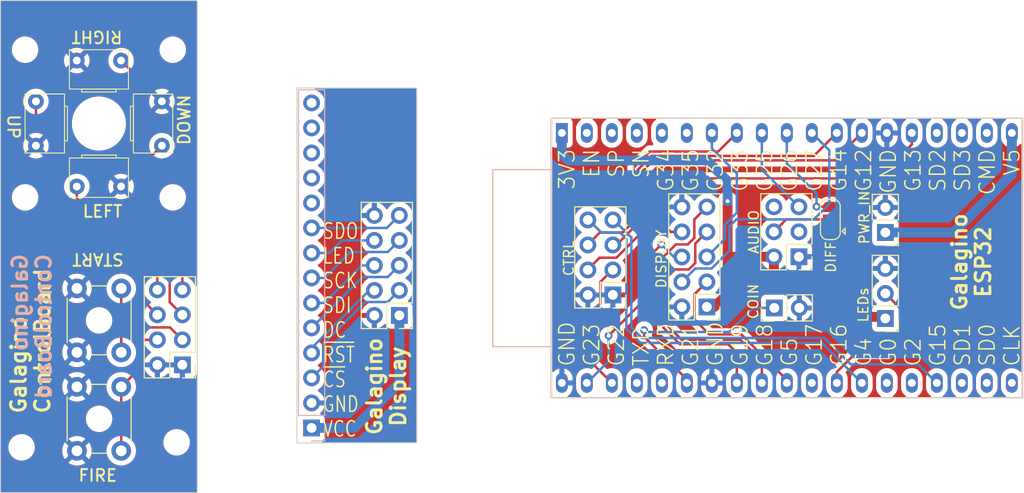
<source format=kicad_pcb>
(kicad_pcb (version 20221018) (generator pcbnew)
  (layers (0 "F.Cu" signal) (31 "B.Cu" signal) (34 "B.Paste" user) (35 "F.Paste" user) (36 "B.SilkS" user "B.Silkscreen") (37 "F.SilkS" user "F.Silkscreen") (38 "B.Mask" user) (39 "F.Mask" user) (44 "Edge.Cuts" user))
  (net 0 "")
  (net 1 "/~{UP}")
  (net 2 "/~{DOWN}")
  (net 3 "/~{LEFT}")
  (net 4 "/~{RIGHT}")
  (net 5 "/~{FIRE}")
  (net 6 "/~{START}")
  (net 7 "GND")
  (net 8 "+3.3V")
  (net 14 "/~{CS}")
  (net 15 "/~{RESET}")
  (net 17 "/DC")
  (net 18 "/MOSI")
  (net 22 "/SCK")
  (net 28 "/LED")
  (net 30 "/MISO")
  (net 31 "/~{COIN}")
  (net 32 "Net-(J5-Pin_4)")
  (net 33 "+5V")
  (net 36 "Net-(J6-Pin_2)")
  (net 37 "Net-(J7-Pin_1)")
  (net 38 "Net-(J7-Pin_3)")
  (net 39 "Net-(J7-Pin_4)")
  (net 40 "Net-(J7-Pin_5)")
  (net 41 "Net-(J7-Pin_6)")
  (net 42 "Net-(J7-Pin_7)")
  (net 43 "Net-(J7-Pin_8)")
  (net 44 "Net-(J7-Pin_9)")
  (net 50 "GNDD")
  (net 51 "Net-(J5-Pin_5)")
  (net 53 "Net-(JP1-B)")
  (net 54 "Net-(J9-Pin_3)")
  (net 55 "Net-(J9-Pin_4)")
  (net 56 "Net-(J9-Pin_5)")
  (net 57 "Net-(J9-Pin_6)")
  (net 58 "Net-(J9-Pin_7)")
  (net 59 "Net-(J9-Pin_8)")
  (net 60 "/CGND")
  (footprint "btn_side:btn_4.3mm_THT" (layer "F.Cu") (at 116.8798 91.5526)
    (fp_text reference "SW4" hide)
    (fp_text value "DOWN" hide)
    (fp_rect (start -4.3 -1.75) (end -4 1.75) (stroke (width 0.1)) (fill none) (layer "F.SilkS"))
    (fp_rect (start -4 -3) (end 0 3) (stroke (width 0.1)) (fill none) (layer "F.SilkS"))
    (pad "1" thru_hole circle (at -1.1 -2.25) (size 1.6 1.6) (drill 0.8) (layers "*.Cu" "*.Mask") (net 60 "/CGND"))
    (pad "2" thru_hole circle (at -1.1 2.25) (size 1.6 1.6) (drill 0.8) (layers "*.Cu" "*.Mask") (net 58 "Net-(J9-Pin_7)"))
  )
  (footprint "btn_side:btn_4.3mm_THT" (layer "F.Cu") (at 109.3798 84.0526 90)
    (fp_text reference "SW3" hide)
    (fp_text value "RIGHT" hide)
    (fp_rect (start -4.3 -1.75) (end -4 1.75) (stroke (width 0.1)) (fill none) (layer "F.SilkS"))
    (fp_rect (start -4 -3) (end 0 3) (stroke (width 0.1)) (fill none) (layer "F.SilkS"))
    (pad "1" thru_hole circle (at -1.1 -2.25 90) (size 1.6 1.6) (drill 0.8) (layers "*.Cu" "*.Mask") (net 60 "/CGND"))
    (pad "2" thru_hole circle (at -1.1 2.25 90) (size 1.6 1.6) (drill 0.8) (layers "*.Cu" "*.Mask") (net 56 "Net-(J9-Pin_5)"))
  )
  (footprint "btn_side:btn_4.3mm_THT" (layer "F.Cu") (at 109.3798 99.0526 -90)
    (fp_text reference "SW2" hide)
    (fp_text value "LEFT" hide)
    (fp_rect (start -4.3 -1.75) (end -4 1.75) (stroke (width 0.1)) (fill none) (layer "F.SilkS"))
    (fp_rect (start -4 -3) (end 0 3) (stroke (width 0.1)) (fill none) (layer "F.SilkS"))
    (pad "1" thru_hole circle (at -1.1 -2.25 270) (size 1.6 1.6) (drill 0.8) (layers "*.Cu" "*.Mask") (net 60 "/CGND"))
    (pad "2" thru_hole circle (at -1.1 2.25 270) (size 1.6 1.6) (drill 0.8) (layers "*.Cu" "*.Mask") (net 57 "Net-(J9-Pin_6)"))
  )
  (footprint "MountingHole:MountingHole_2.2mm_M2_ISO7380" (layer "F.Cu") (at 109.3978 121.5526 -90)
    (fp_text reference "H9" hide)
    (fp_text value "MountingHole" hide)
    (pad "" np_thru_hole circle (at 0 0 270) (size 2.2 2.2) (drill 2.2) (layers "*.Cu" "*.Mask"))
  )
  (footprint "Button_Switch_THT:SW_PUSH_6mm_H9.5mm" (layer "F.Cu") (at 107.1478 124.8026 90)
    (fp_text reference "SW6" hide)
    (fp_text value "FIRE" hide)
    (fp_line (start -0.25 1.5) (end -0.25 3) (stroke (width 0.12)) (layer "F.SilkS"))
    (fp_line (start 1 5.5) (end 5.5 5.5) (stroke (width 0.12)) (layer "F.SilkS"))
    (fp_line (start 5.5 -1) (end 1 -1) (stroke (width 0.12)) (layer "F.SilkS"))
    (fp_line (start 6.75 3) (end 6.75 1.5) (stroke (width 0.12)) (layer "F.SilkS"))
    (pad "1" thru_hole circle (at 0 0 180) (size 2 2) (drill 1.1) (layers "*.Cu" "*.Mask") (net 60 "/CGND"))
    (pad "1" thru_hole circle (at 6.5 0 180) (size 2 2) (drill 1.1) (layers "*.Cu" "*.Mask") (net 60 "/CGND"))
    (pad "2" thru_hole circle (at 0 4.5 180) (size 2 2) (drill 1.1) (layers "*.Cu" "*.Mask") (net 55 "Net-(J9-Pin_4)"))
    (pad "2" thru_hole circle (at 6.5 4.5 180) (size 2 2) (drill 1.1) (layers "*.Cu" "*.Mask") (net 55 "Net-(J9-Pin_4)"))
  )
  (footprint "Jumper:SolderJumper-3_P1.3mm_Open_RoundedPad1.0x1.5mm" (layer "F.Cu") (at 183.6928 101.2952 90)
    (fp_text reference "JP1" hide)
    (fp_text value "DIFF" (at -3.81 0.0508 90) (layer "F.SilkS"))
    (fp_line (start -2.05 0.3) (end -2.05 -0.3) (stroke (width 0.12)) (layer "F.SilkS"))
    (fp_line (start -1.5 1.5) (end -0.9 1.5) (stroke (width 0.12)) (layer "F.SilkS"))
    (fp_line (start -1.4 -1) (end 1.4 -1) (stroke (width 0.12)) (layer "F.SilkS"))
    (fp_line (start -1.2 1.2) (end -1.5 1.5) (stroke (width 0.12)) (layer "F.SilkS"))
    (fp_line (start -1.2 1.2) (end -0.9 1.5) (stroke (width 0.12)) (layer "F.SilkS"))
    (fp_line (start 1.4 1) (end -1.4 1) (stroke (width 0.12)) (layer "F.SilkS"))
    (fp_line (start 2.05 -0.3) (end 2.05 0.3) (stroke (width 0.12)) (layer "F.SilkS"))
    (fp_arc (start -2.05 -0.3) (mid -1.844975 -0.794975) (end -1.35 -1) (stroke (width 0.12)) (layer "F.SilkS"))
    (fp_arc (start -1.35 1) (mid -1.844975 0.794975) (end -2.05 0.3) (stroke (width 0.12)) (layer "F.SilkS"))
    (fp_arc (start 1.35 -1) (mid 1.844975 -0.794975) (end 2.05 -0.3) (stroke (width 0.12)) (layer "F.SilkS"))
    (fp_arc (start 2.05 0.3) (mid 1.844975 0.794975) (end 1.35 1) (stroke (width 0.12)) (layer "F.SilkS"))
    (pad "1" smd custom (at -1.3 0 90) (size 1 0.5) (layers "F.Cu" "F.Mask") (net 7 "GND") (options (clearance outline) (anchor rect)) (primitives (gr_circle (center 0 0.25) (end 0.5 0.25) (width 0) (fill yes)) (gr_circle (center 0 -0.25) (end 0.5 -0.25) (width 0) (fill yes)) (gr_poly (pts (xy 0.55 0.75) (xy 0 0.75) (xy 0 -0.75) (xy 0.55 -0.75)) (width 0) (fill yes))))
    (pad "2" smd rect (at 0 0 90) (size 1 1.5) (layers "F.Cu" "F.Mask") (net 32 "Net-(J5-Pin_4)"))
    (pad "3" smd custom (at 1.3 0 90) (size 1 0.5) (layers "F.Cu" "F.Mask") (net 53 "Net-(JP1-B)") (options (clearance outline) (anchor rect)) (primitives (gr_circle (center 0 0.25) (end 0.5 0.25) (width 0) (fill yes)) (gr_circle (center 0 -0.25) (end 0.5 -0.25) (width 0) (fill yes)) (gr_poly (pts (xy 0 0.75) (xy -0.55 0.75) (xy -0.55 -0.75) (xy 0 -0.75)) (width 0) (fill yes))))
  )
  (footprint "MountingHole:MountingHole_2.2mm_M2_ISO7380" (layer "F.Cu") (at 101.5238 124.4506 -90)
    (fp_text reference "H6" hide)
    (fp_text value "MountingHole" hide)
    (pad "" np_thru_hole circle (at 0 0 270) (size 2.2 2.2) (drill 2.2) (layers "*.Cu" "*.Mask"))
  )
  (footprint "MountingHole:MountingHole_2.2mm_M2_ISO7380" (layer "F.Cu") (at 116.8798 99.0526 90)
    (fp_text reference "H2" hide)
    (fp_text value "MountingHole" hide)
    (pad "" np_thru_hole circle (at 0 0 90) (size 2.2 2.2) (drill 2.2) (layers "*.Cu" "*.Mask"))
  )
  (footprint "MountingHole:MountingHole_2.2mm_M2_ISO7380" (layer "F.Cu") (at 116.8798 84.0526 -90)
    (fp_text reference "H1" hide)
    (fp_text value "MountingHole" hide)
    (pad "" np_thru_hole circle (at 0 0 270) (size 2.2 2.2) (drill 2.2) (layers "*.Cu" "*.Mask"))
  )
  (footprint "MountingHole:MountingHole_2.2mm_M2_ISO7380" (layer "F.Cu") (at 101.8798 84.0526 -90)
    (fp_text reference "H3" hide)
    (fp_text value "MountingHole" hide)
    (pad "" np_thru_hole circle (at 0 0 270) (size 2.2 2.2) (drill 2.2) (layers "*.Cu" "*.Mask"))
  )
  (footprint "Button_Switch_THT:SW_PUSH_6mm_H9.5mm" (layer "F.Cu") (at 107.1478 114.8026 90)
    (fp_text reference "SW5" hide)
    (fp_text value "START" hide)
    (fp_line (start -0.25 1.5) (end -0.25 3) (stroke (width 0.12)) (layer "F.SilkS"))
    (fp_line (start 1 5.5) (end 5.5 5.5) (stroke (width 0.12)) (layer "F.SilkS"))
    (fp_line (start 5.5 -1) (end 1 -1) (stroke (width 0.12)) (layer "F.SilkS"))
    (fp_line (start 6.75 3) (end 6.75 1.5) (stroke (width 0.12)) (layer "F.SilkS"))
    (pad "1" thru_hole circle (at 0 0 180) (size 2 2) (drill 1.1) (layers "*.Cu" "*.Mask") (net 60 "/CGND"))
    (pad "1" thru_hole circle (at 6.5 0 180) (size 2 2) (drill 1.1) (layers "*.Cu" "*.Mask") (net 60 "/CGND"))
    (pad "2" thru_hole circle (at 0 4.5 180) (size 2 2) (drill 1.1) (layers "*.Cu" "*.Mask") (net 54 "Net-(J9-Pin_3)"))
    (pad "2" thru_hole circle (at 6.5 4.5 180) (size 2 2) (drill 1.1) (layers "*.Cu" "*.Mask") (net 54 "Net-(J9-Pin_3)"))
  )
  (footprint "btn_side:btn_4.3mm_THT" (layer "F.Cu") (at 101.8798 91.5526 180)
    (fp_text reference "SW1" hide)
    (fp_text value "UP" hide)
    (fp_rect (start -4.3 -1.75) (end -4 1.75) (stroke (width 0.1)) (fill none) (layer "F.SilkS"))
    (fp_rect (start -4 -3) (end 0 3) (stroke (width 0.1)) (fill none) (layer "F.SilkS"))
    (pad "1" thru_hole circle (at -1.1 -2.25 180) (size 1.6 1.6) (drill 0.8) (layers "*.Cu" "*.Mask") (net 60 "/CGND"))
    (pad "2" thru_hole circle (at -1.1 2.25 180) (size 1.6 1.6) (drill 0.8) (layers "*.Cu" "*.Mask") (net 59 "Net-(J9-Pin_8)"))
  )
  (footprint "Connector_PinHeader_2.54mm:PinHeader_1x02_P2.54mm_Vertical" (layer "F.Cu") (at 189.2808 102.621 180)
    (fp_text reference "J4" hide)
    (fp_text value "PWR_IN" (at 2.1336 1.529 90) (layer "F.SilkS"))
    (fp_line (start -1.33 -1.33) (end 0 -1.33) (stroke (width 0.12)) (layer "F.SilkS"))
    (fp_line (start -1.33 0) (end -1.33 -1.33) (stroke (width 0.12)) (layer "F.SilkS"))
    (fp_line (start -1.33 1.27) (end -1.33 3.87) (stroke (width 0.12)) (layer "F.SilkS"))
    (fp_line (start -1.33 1.27) (end 1.33 1.27) (stroke (width 0.12)) (layer "F.SilkS"))
    (fp_line (start -1.33 3.87) (end 1.33 3.87) (stroke (width 0.12)) (layer "F.SilkS"))
    (fp_line (start 1.33 1.27) (end 1.33 3.87) (stroke (width 0.12)) (layer "F.SilkS"))
    (pad "1" thru_hole rect (at 0 0 180) (size 1.7 1.7) (drill 1) (layers "*.Cu" "*.Mask") (net 33 "+5V"))
    (pad "2" thru_hole oval (at 0 2.54 180) (size 1.7 1.7) (drill 1) (layers "*.Cu" "*.Mask") (net 7 "GND"))
  )
  (footprint "Connector_PinHeader_2.54mm:PinHeader_2x05_P2.54mm_Vertical" (layer "F.Cu") (at 139.9032 111.0488 180)
    (fp_text reference "J7" hide)
    (fp_text value "DISPLAY")
    (fp_line (start -1.33 -1.33) (end 0 -1.33) (stroke (width 0.12)) (layer "F.SilkS"))
    (fp_line (start -1.33 0) (end -1.33 -1.33) (stroke (width 0.12)) (layer "F.SilkS"))
    (fp_line (start -1.33 1.27) (end -1.33 11.49) (stroke (width 0.12)) (layer "F.SilkS"))
    (fp_line (start -1.33 1.27) (end 1.27 1.27) (stroke (width 0.12)) (layer "F.SilkS"))
    (fp_line (start -1.33 11.49) (end 3.87 11.49) (stroke (width 0.12)) (layer "F.SilkS"))
    (fp_line (start 1.27 -1.33) (end 3.87 -1.33) (stroke (width 0.12)) (layer "F.SilkS"))
    (fp_line (start 1.27 1.27) (end 1.27 -1.33) (stroke (width 0.12)) (layer "F.SilkS"))
    (fp_line (start 3.87 -1.33) (end 3.87 11.49) (stroke (width 0.12)) (layer "F.SilkS"))
    (pad "1" thru_hole rect (at 0 0 180) (size 1.7 1.7) (drill 1) (layers "*.Cu" "*.Mask") (net 37 "Net-(J7-Pin_1)"))
    (pad "2" thru_hole oval (at 2.54 0 180) (size 1.7 1.7) (drill 1) (layers "*.Cu" "*.Mask") (net 50 "GNDD"))
    (pad "3" thru_hole oval (at 0 2.54 180) (size 1.7 1.7) (drill 1) (layers "*.Cu" "*.Mask") (net 38 "Net-(J7-Pin_3)"))
    (pad "4" thru_hole oval (at 2.54 2.54 180) (size 1.7 1.7) (drill 1) (layers "*.Cu" "*.Mask") (net 39 "Net-(J7-Pin_4)"))
    (pad "5" thru_hole oval (at 0 5.08 180) (size 1.7 1.7) (drill 1) (layers "*.Cu" "*.Mask") (net 40 "Net-(J7-Pin_5)"))
    (pad "6" thru_hole oval (at 2.54 5.08 180) (size 1.7 1.7) (drill 1) (layers "*.Cu" "*.Mask") (net 41 "Net-(J7-Pin_6)"))
    (pad "7" thru_hole oval (at 0 7.62 180) (size 1.7 1.7) (drill 1) (layers "*.Cu" "*.Mask") (net 42 "Net-(J7-Pin_7)"))
    (pad "8" thru_hole oval (at 2.54 7.62 180) (size 1.7 1.7) (drill 1) (layers "*.Cu" "*.Mask") (net 43 "Net-(J7-Pin_8)"))
    (pad "9" thru_hole oval (at 0 10.16 180) (size 1.7 1.7) (drill 1) (layers "*.Cu" "*.Mask") (net 44 "Net-(J7-Pin_9)"))
    (pad "10" thru_hole oval (at 2.54 10.16 180) (size 1.7 1.7) (drill 1) (layers "*.Cu" "*.Mask") (net 50 "GNDD"))
  )
  (footprint "Connector_PinHeader_2.54mm:PinHeader_2x03_P2.54mm_Vertical" (layer "F.Cu") (at 180.4974 105.0902 180)
    (fp_text reference "J5" hide)
    (fp_text value "AUDIO" (at 4.577 2.525 270) (layer "F.SilkS"))
    (fp_line (start -1.33 -1.33) (end 0 -1.33) (stroke (width 0.12)) (layer "F.SilkS"))
    (fp_line (start -1.33 0) (end -1.33 -1.33) (stroke (width 0.12)) (layer "F.SilkS"))
    (fp_line (start -1.33 1.27) (end -1.33 6.41) (stroke (width 0.12)) (layer "F.SilkS"))
    (fp_line (start -1.33 1.27) (end 1.27 1.27) (stroke (width 0.12)) (layer "F.SilkS"))
    (fp_line (start -1.33 6.41) (end 3.87 6.41) (stroke (width 0.12)) (layer "F.SilkS"))
    (fp_line (start 1.27 -1.33) (end 3.87 -1.33) (stroke (width 0.12)) (layer "F.SilkS"))
    (fp_line (start 1.27 1.27) (end 1.27 -1.33) (stroke (width 0.12)) (layer "F.SilkS"))
    (fp_line (start 3.87 -1.33) (end 3.87 6.41) (stroke (width 0.12)) (layer "F.SilkS"))
    (pad "1" thru_hole rect (at 0 0 180) (size 1.7 1.7) (drill 1) (layers "*.Cu" "*.Mask") (net 7 "GND"))
    (pad "2" thru_hole oval (at 2.54 0 180) (size 1.7 1.7) (drill 1) (layers "*.Cu" "*.Mask") (net 8 "+3.3V"))
    (pad "3" thru_hole oval (at 0 2.54 180) (size 1.7 1.7) (drill 1) (layers "*.Cu" "*.Mask"))
    (pad "4" thru_hole oval (at 2.54 2.54 180) (size 1.7 1.7) (drill 1) (layers "*.Cu" "*.Mask") (net 32 "Net-(J5-Pin_4)"))
    (pad "5" thru_hole oval (at 0 5.08 180) (size 1.7 1.7) (drill 1) (layers "*.Cu" "*.Mask") (net 51 "Net-(J5-Pin_5)"))
    (pad "6" thru_hole oval (at 2.54 5.08 180) (size 1.7 1.7) (drill 1) (layers "*.Cu" "*.Mask"))
  )
  (footprint "Connector_PinHeader_2.54mm:PinHeader_1x03_P2.54mm_Vertical" (layer "F.Cu") (at 189.2808 111.3536 180)
    (fp_text reference "J6" hide)
    (fp_text value "LEDs" (at 2.2352 1.3716 90) (layer "F.SilkS"))
    (fp_line (start -1.33 -1.33) (end 0 -1.33) (stroke (width 0.12)) (layer "F.SilkS"))
    (fp_line (start -1.33 0) (end -1.33 -1.33) (stroke (width 0.12)) (layer "F.SilkS"))
    (fp_line (start -1.33 1.27) (end -1.33 6.41) (stroke (width 0.12)) (layer "F.SilkS"))
    (fp_line (start -1.33 1.27) (end 1.33 1.27) (stroke (width 0.12)) (layer "F.SilkS"))
    (fp_line (start -1.33 6.41) (end 1.33 6.41) (stroke (width 0.12)) (layer "F.SilkS"))
    (fp_line (start 1.33 1.27) (end 1.33 6.41) (stroke (width 0.12)) (layer "F.SilkS"))
    (pad "1" thru_hole rect (at 0 0 180) (size 1.7 1.7) (drill 1) (layers "*.Cu" "*.Mask") (net 8 "+3.3V"))
    (pad "2" thru_hole oval (at 0 2.54 180) (size 1.7 1.7) (drill 1) (layers "*.Cu" "*.Mask") (net 36 "Net-(J6-Pin_2)"))
    (pad "3" thru_hole oval (at 0 5.08 180) (size 1.7 1.7) (drill 1) (layers "*.Cu" "*.Mask") (net 7 "GND"))
  )
  (footprint "MountingHole:MountingHole_2.2mm_M2_ISO7380" (layer "F.Cu") (at 109.3978 111.5526 -90)
    (fp_text reference "H8" hide)
    (fp_text value "MountingHole" hide)
    (pad "" np_thru_hole circle (at 0 0 270) (size 2.2 2.2) (drill 2.2) (layers "*.Cu" "*.Mask"))
  )
  (footprint "MountingHole:MountingHole_2.2mm_M2_ISO7380" (layer "F.Cu") (at 101.8798 99.0526 -90)
    (fp_text reference "H4" hide)
    (fp_text value "MountingHole" hide)
    (pad "" np_thru_hole circle (at 0 0 270) (size 2.2 2.2) (drill 2.2) (layers "*.Cu" "*.Mask"))
  )
  (footprint "MountingHole:MountingHole_5mm" (layer "F.Cu") (at 109.3798 91.5526 -90)
    (fp_text reference "H7" hide)
    (fp_text value "MountingHole" hide)
    (pad "" np_thru_hole circle (at 0 0 270) (size 5 5) (drill 5) (layers "*.Cu" "*.Mask"))
  )
  (footprint "Connector_PinHeader_2.54mm:PinHeader_2x05_P2.54mm_Vertical" (layer "F.Cu") (at 171.1452 110.1852 180)
    (fp_text reference "J2" hide)
    (fp_text value "DISPLAY" (at 4.6228 4.8768 90) (layer "F.SilkS"))
    (fp_line (start -1.33 -1.33) (end 0 -1.33) (stroke (width 0.12)) (layer "F.SilkS"))
    (fp_line (start -1.33 0) (end -1.33 -1.33) (stroke (width 0.12)) (layer "F.SilkS"))
    (fp_line (start -1.33 1.27) (end -1.33 11.49) (stroke (width 0.12)) (layer "F.SilkS"))
    (fp_line (start -1.33 1.27) (end 1.27 1.27) (stroke (width 0.12)) (layer "F.SilkS"))
    (fp_line (start -1.33 11.49) (end 3.87 11.49) (stroke (width 0.12)) (layer "F.SilkS"))
    (fp_line (start 1.27 -1.33) (end 3.87 -1.33) (stroke (width 0.12)) (layer "F.SilkS"))
    (fp_line (start 1.27 1.27) (end 1.27 -1.33) (stroke (width 0.12)) (layer "F.SilkS"))
    (fp_line (start 3.87 -1.33) (end 3.87 11.49) (stroke (width 0.12)) (layer "F.SilkS"))
    (pad "1" thru_hole rect (at 0 0 180) (size 1.7 1.7) (drill 1) (layers "*.Cu" "*.Mask") (net 8 "+3.3V"))
    (pad "2" thru_hole oval (at 2.54 0 180) (size 1.7 1.7) (drill 1) (layers "*.Cu" "*.Mask") (net 7 "GND"))
    (pad "3" thru_hole oval (at 0 2.54 180) (size 1.7 1.7) (drill 1) (layers "*.Cu" "*.Mask") (net 14 "/~{CS}"))
    (pad "4" thru_hole oval (at 2.54 2.54 180) (size 1.7 1.7) (drill 1) (layers "*.Cu" "*.Mask") (net 15 "/~{RESET}"))
    (pad "5" thru_hole oval (at 0 5.08 180) (size 1.7 1.7) (drill 1) (layers "*.Cu" "*.Mask") (net 17 "/DC"))
    (pad "6" thru_hole oval (at 2.54 5.08 180) (size 1.7 1.7) (drill 1) (layers "*.Cu" "*.Mask") (net 18 "/MOSI"))
    (pad "7" thru_hole oval (at 0 7.62 180) (size 1.7 1.7) (drill 1) (layers "*.Cu" "*.Mask") (net 22 "/SCK"))
    (pad "8" thru_hole oval (at 2.54 7.62 180) (size 1.7 1.7) (drill 1) (layers "*.Cu" "*.Mask") (net 28 "/LED"))
    (pad "9" thru_hole oval (at 0 10.16 180) (size 1.7 1.7) (drill 1) (layers "*.Cu" "*.Mask") (net 30 "/MISO"))
    (pad "10" thru_hole oval (at 2.54 10.16 180) (size 1.7 1.7) (drill 1) (layers "*.Cu" "*.Mask") (net 7 "GND"))
  )
  (footprint "MountingHole:MountingHole_2.2mm_M2_ISO7380" (layer "F.Cu") (at 117.2718 123.9426 -90)
    (fp_text reference "H5" hide)
    (fp_text value "MountingHole" hide)
    (pad "" np_thru_hole circle (at 0 0 270) (size 2.2 2.2) (drill 2.2) (layers "*.Cu" "*.Mask"))
  )
  (footprint "Connector_PinHeader_2.54mm:PinHeader_2x04_P2.54mm_Vertical" (layer "F.Cu") (at 161.5948 108.966 180)
    (fp_text reference "J1" hide)
    (fp_text value "CTRL" (at 4.4704 3.7084 90) (layer "F.SilkS"))
    (fp_line (start -1.33 -1.33) (end 0 -1.33) (stroke (width 0.12)) (layer "F.SilkS"))
    (fp_line (start -1.33 0) (end -1.33 -1.33) (stroke (width 0.12)) (layer "F.SilkS"))
    (fp_line (start -1.33 1.27) (end -1.33 8.95) (stroke (width 0.12)) (layer "F.SilkS"))
    (fp_line (start -1.33 1.27) (end 1.27 1.27) (stroke (width 0.12)) (layer "F.SilkS"))
    (fp_line (start -1.33 8.95) (end 3.87 8.95) (stroke (width 0.12)) (layer "F.SilkS"))
    (fp_line (start 1.27 -1.33) (end 3.87 -1.33) (stroke (width 0.12)) (layer "F.SilkS"))
    (fp_line (start 1.27 1.27) (end 1.27 -1.33) (stroke (width 0.12)) (layer "F.SilkS"))
    (fp_line (start 3.87 -1.33) (end 3.87 8.95) (stroke (width 0.12)) (layer "F.SilkS"))
    (pad "1" thru_hole rect (at 0 0 180) (size 1.7 1.7) (drill 1) (layers "*.Cu" "*.Mask") (net 7 "GND"))
    (pad "2" thru_hole oval (at 2.54 0 180) (size 1.7 1.7) (drill 1) (layers "*.Cu" "*.Mask") (net 7 "GND"))
    (pad "3" thru_hole oval (at 0 2.54 180) (size 1.7 1.7) (drill 1) (layers "*.Cu" "*.Mask") (net 6 "/~{START}"))
    (pad "4" thru_hole oval (at 2.54 2.54 180) (size 1.7 1.7) (drill 1) (layers "*.Cu" "*.Mask") (net 5 "/~{FIRE}"))
    (pad "5" thru_hole oval (at 0 5.08 180) (size 1.7 1.7) (drill 1) (layers "*.Cu" "*.Mask") (net 4 "/~{RIGHT}"))
    (pad "6" thru_hole oval (at 2.54 5.08 180) (size 1.7 1.7) (drill 1) (layers "*.Cu" "*.Mask") (net 3 "/~{LEFT}"))
    (pad "7" thru_hole oval (at 0 7.62 180) (size 1.7 1.7) (drill 1) (layers "*.Cu" "*.Mask") (net 2 "/~{DOWN}"))
    (pad "8" thru_hole oval (at 2.54 7.62 180) (size 1.7 1.7) (drill 1) (layers "*.Cu" "*.Mask") (net 1 "/~{UP}"))
  )
  (footprint "Connector_PinHeader_2.54mm:PinHeader_1x02_P2.54mm_Vertical" (layer "F.Cu") (at 177.9982 110.2868 90)
    (fp_text reference "J3" hide)
    (fp_text value "COIN" (at 0.6604 -2.1286 90) (layer "F.SilkS"))
    (fp_line (start -1.33 -1.33) (end 0 -1.33) (stroke (width 0.12)) (layer "F.SilkS"))
    (fp_line (start -1.33 0) (end -1.33 -1.33) (stroke (width 0.12)) (layer "F.SilkS"))
    (fp_line (start -1.33 1.27) (end -1.33 3.87) (stroke (width 0.12)) (layer "F.SilkS"))
    (fp_line (start -1.33 1.27) (end 1.33 1.27) (stroke (width 0.12)) (layer "F.SilkS"))
    (fp_line (start -1.33 3.87) (end 1.33 3.87) (stroke (width 0.12)) (layer "F.SilkS"))
    (fp_line (start 1.33 1.27) (end 1.33 3.87) (stroke (width 0.12)) (layer "F.SilkS"))
    (pad "1" thru_hole rect (at 0 0 90) (size 1.7 1.7) (drill 1) (layers "*.Cu" "*.Mask") (net 31 "/~{COIN}"))
    (pad "2" thru_hole oval (at 0 2.54 90) (size 1.7 1.7) (drill 1) (layers "*.Cu" "*.Mask") (net 7 "GND"))
  )
  (footprint "Connector_PinHeader_2.54mm:PinHeader_2x04_P2.54mm_Vertical" (layer "F.Cu") (at 117.856 116.068 180)
    (fp_text reference "J9" hide)
    (fp_text value "CTRL")
    (fp_line (start -1.33 -1.33) (end 0 -1.33) (stroke (width 0.12)) (layer "F.SilkS"))
    (fp_line (start -1.33 0) (end -1.33 -1.33) (stroke (width 0.12)) (layer "F.SilkS"))
    (fp_line (start -1.33 1.27) (end -1.33 8.95) (stroke (width 0.12)) (layer "F.SilkS"))
    (fp_line (start -1.33 1.27) (end 1.27 1.27) (stroke (width 0.12)) (layer "F.SilkS"))
    (fp_line (start -1.33 8.95) (end 3.87 8.95) (stroke (width 0.12)) (layer "F.SilkS"))
    (fp_line (start 1.27 -1.33) (end 3.87 -1.33) (stroke (width 0.12)) (layer "F.SilkS"))
    (fp_line (start 1.27 1.27) (end 1.27 -1.33) (stroke (width 0.12)) (layer "F.SilkS"))
    (fp_line (start 3.87 -1.33) (end 3.87 8.95) (stroke (width 0.12)) (layer "F.SilkS"))
    (pad "1" thru_hole rect (at 0 0 180) (size 1.7 1.7) (drill 1) (layers "*.Cu" "*.Mask") (net 60 "/CGND"))
    (pad "2" thru_hole oval (at 2.54 0 180) (size 1.7 1.7) (drill 1) (layers "*.Cu" "*.Mask") (net 60 "/CGND"))
    (pad "3" thru_hole oval (at 0 2.54 180) (size 1.7 1.7) (drill 1) (layers "*.Cu" "*.Mask") (net 54 "Net-(J9-Pin_3)"))
    (pad "4" thru_hole oval (at 2.54 2.54 180) (size 1.7 1.7) (drill 1) (layers "*.Cu" "*.Mask") (net 55 "Net-(J9-Pin_4)"))
    (pad "5" thru_hole oval (at 0 5.08 180) (size 1.7 1.7) (drill 1) (layers "*.Cu" "*.Mask") (net 56 "Net-(J9-Pin_5)"))
    (pad "6" thru_hole oval (at 2.54 5.08 180) (size 1.7 1.7) (drill 1) (layers "*.Cu" "*.Mask") (net 57 "Net-(J9-Pin_6)"))
    (pad "7" thru_hole oval (at 0 7.62 180) (size 1.7 1.7) (drill 1) (layers "*.Cu" "*.Mask") (net 58 "Net-(J9-Pin_7)"))
    (pad "8" thru_hole oval (at 2.54 7.62 180) (size 1.7 1.7) (drill 1) (layers "*.Cu" "*.Mask") (net 59 "Net-(J9-Pin_8)"))
  )
  (footprint "Espressif:ESP32-DevKitC" (layer "B.Cu") (at 156.4132 92.5068 -90)
    (fp_text reference "U1" hide)
    (fp_text value "ESP32-DevKitC" hide)
    (fp_line (start -1.5 -46.82) (end 26.899999 -46.82) (stroke (width 0.12)) (layer "B.SilkS"))
    (fp_line (start -1.499999 1.1) (end -1.5 -46.82) (stroke (width 0.12)) (layer "B.SilkS"))
    (fp_line (start 3.73012 1.12032) (end 3.73012 7.01312) (stroke (width 0.12)) (layer "B.SilkS"))
    (fp_line (start 3.73012 7.01312) (end 21.71332 7.01312) (stroke (width 0.12)) (layer "B.SilkS"))
    (fp_line (start 21.71332 7.01312) (end 21.71332 1.12032) (stroke (width 0.12)) (layer "B.SilkS"))
    (fp_line (start 26.899999 -46.82) (end 26.9 1.1) (stroke (width 0.12)) (layer "B.SilkS"))
    (fp_line (start 26.9 1.1) (end -1.499999 1.1) (stroke (width 0.12)) (layer "B.SilkS"))
    (pad "1" thru_hole rect (at 0 0) (size 1.2 2) (drill 0.8) (layers "*.Cu" "*.Mask") (net 8 "+3.3V"))
    (pad "2" thru_hole oval (at 0 -2.54) (size 1.2 2) (drill 0.8) (layers "*.Cu" "*.Mask"))
    (pad "3" thru_hole oval (at 0 -5.08) (size 1.2 2) (drill 0.8) (layers "*.Cu" "*.Mask"))
    (pad "4" thru_hole oval (at 0 -7.62) (size 1.2 2) (drill 0.8) (layers "*.Cu" "*.Mask"))
    (pad "5" thru_hole oval (at 0 -10.16) (size 1.2 2) (drill 0.8) (layers "*.Cu" "*.Mask"))
    (pad "6" thru_hole oval (at 0 -12.7) (size 1.2 2) (drill 0.8) (layers "*.Cu" "*.Mask"))
    (pad "7" thru_hole oval (at 0 -15.24) (size 1.2 2) (drill 0.8) (layers "*.Cu" "*.Mask") (net 17 "/DC"))
    (pad "8" thru_hole oval (at 0 -17.78) (size 1.2 2) (drill 0.8) (layers "*.Cu" "*.Mask") (net 3 "/~{LEFT}"))
    (pad "9" thru_hole oval (at 0 -20.32) (size 1.2 2) (drill 0.8) (layers "*.Cu" "*.Mask") (net 51 "Net-(J5-Pin_5)"))
    (pad "10" thru_hole oval (at 0 -22.86) (size 1.2 2) (drill 0.8) (layers "*.Cu" "*.Mask") (net 53 "Net-(JP1-B)"))
    (pad "11" thru_hole oval (at 0 -25.4) (size 1.2 2) (drill 0.8) (layers "*.Cu" "*.Mask") (net 15 "/~{RESET}"))
    (pad "12" thru_hole oval (at 0 -27.94) (size 1.2 2) (drill 0.8) (layers "*.Cu" "*.Mask") (net 4 "/~{RIGHT}"))
    (pad "13" thru_hole oval (at 0 -30.48) (size 1.2 2) (drill 0.8) (layers "*.Cu" "*.Mask") (net 5 "/~{FIRE}"))
    (pad "14" thru_hole oval (at 0 -33.02) (size 1.2 2) (drill 0.8) (layers "*.Cu" "*.Mask") (net 7 "GND"))
    (pad "15" thru_hole oval (at 0 -35.56) (size 1.2 2) (drill 0.8) (layers "*.Cu" "*.Mask") (net 28 "/LED"))
    (pad "16" thru_hole oval (at 0 -38.1) (size 1.2 2) (drill 0.8) (layers "*.Cu" "*.Mask"))
    (pad "17" thru_hole oval (at 0 -40.64) (size 1.2 2) (drill 0.8) (layers "*.Cu" "*.Mask"))
    (pad "18" thru_hole oval (at 0 -43.18) (size 1.2 2) (drill 0.8) (layers "*.Cu" "*.Mask"))
    (pad "19" thru_hole oval (at 0 -45.72) (size 1.2 2) (drill 0.8) (layers "*.Cu" "*.Mask") (net 33 "+5V"))
    (pad "20" thru_hole oval (at 25.39632 -45.71728) (size 1.2 2) (drill 0.8) (layers "*.Cu" "*.Mask"))
    (pad "21" thru_hole oval (at 25.39632 -43.17728) (size 1.2 2) (drill 0.8) (layers "*.Cu" "*.Mask"))
    (pad "22" thru_hole oval (at 25.4 -40.64) (size 1.2 2) (drill 0.8) (layers "*.Cu" "*.Mask"))
    (pad "23" thru_hole oval (at 25.4 -38.1) (size 1.2 2) (drill 0.8) (layers "*.Cu" "*.Mask") (net 2 "/~{DOWN}"))
    (pad "24" thru_hole oval (at 25.4 -35.56) (size 1.2 2) (drill 0.8) (layers "*.Cu" "*.Mask"))
    (pad "25" thru_hole oval (at 25.4 -33.02) (size 1.2 2) (drill 0.8) (layers "*.Cu" "*.Mask"))
    (pad "26" thru_hole oval (at 25.4 -30.48) (size 1.2 2) (drill 0.8) (layers "*.Cu" "*.Mask") (net 1 "/~{UP}"))
    (pad "27" thru_hole oval (at 25.4 -27.94) (size 1.2 2) (drill 0.8) (layers "*.Cu" "*.Mask") (net 36 "Net-(J6-Pin_2)"))
    (pad "28" thru_hole oval (at 25.4 -25.4) (size 1.2 2) (drill 0.8) (layers "*.Cu" "*.Mask"))
    (pad "29" thru_hole oval (at 25.4 -22.86) (size 1.2 2) (drill 0.8) (layers "*.Cu" "*.Mask") (net 14 "/~{CS}"))
    (pad "30" thru_hole oval (at 25.4 -20.32) (size 1.2 2) (drill 0.8) (layers "*.Cu" "*.Mask") (net 22 "/SCK"))
    (pad "31" thru_hole oval (at 25.4 -17.78) (size 1.2 2) (drill 0.8) (layers "*.Cu" "*.Mask") (net 30 "/MISO"))
    (pad "32" thru_hole oval (at 25.4 -15.24) (size 1.2 2) (drill 0.8) (layers "*.Cu" "*.Mask") (net 7 "GND"))
    (pad "33" thru_hole oval (at 25.4 -12.7) (size 1.2 2) (drill 0.8) (layers "*.Cu" "*.Mask") (net 31 "/~{COIN}"))
    (pad "34" thru_hole oval (at 25.4 -10.16) (size 1.2 2) (drill 0.8) (layers "*.Cu" "*.Mask"))
    (pad "35" thru_hole oval (at 25.4 -7.62) (size 1.2 2) (drill 0.8) (layers "*.Cu" "*.Mask"))
    (pad "36" thru_hole oval (at 25.4 -5.08) (size 1.2 2) (drill 0.8) (layers "*.Cu" "*.Mask") (net 6 "/~{START}"))
    (pad "37" thru_hole oval (at 25.4 -2.54) (size 1.2 2) (drill 0.8) (layers "*.Cu" "*.Mask") (net 18 "/MOSI"))
    (pad "38" thru_hole oval (at 25.4 0) (size 1.2 2) (drill 0.8) (layers "*.Cu" "*.Mask") (net 7 "GND"))
  )
  (footprint "Connector_PinSocket_2.54mm:PinSocket_1x14_P2.54mm_Vertical" (layer "B.Cu") (at 130.9882 122.4788)
    (fp_text reference "J8" hide)
    (fp_text value "Conn_01x14" hide)
    (fp_line (start -1.33 -34.35) (end 1.33 -34.35) (stroke (width 0.12)) (layer "B.SilkS"))
    (fp_line (start -1.33 -1.27) (end -1.33 -34.35) (stroke (width 0.12)) (layer "B.SilkS"))
    (fp_line (start -1.33 -1.27) (end 1.33 -1.27) (stroke (width 0.12)) (layer "B.SilkS"))
    (fp_line (start 0 1.33) (end 1.33 1.33) (stroke (width 0.12)) (layer "B.SilkS"))
    (fp_line (start 1.33 -1.27) (end 1.33 -34.35) (stroke (width 0.12)) (layer "B.SilkS"))
    (fp_line (start 1.33 1.33) (end 1.33 0) (stroke (width 0.12)) (layer "B.SilkS"))
    (pad "1" thru_hole rect (at 0 0) (size 1.7 1.7) (drill 1) (layers "*.Cu" "*.Mask") (net 37 "Net-(J7-Pin_1)"))
    (pad "2" thru_hole oval (at 0 -2.54) (size 1.7 1.7) (drill 1) (layers "*.Cu" "*.Mask") (net 50 "GNDD"))
    (pad "3" thru_hole oval (at 0 -5.08) (size 1.7 1.7) (drill 1) (layers "*.Cu" "*.Mask") (net 38 "Net-(J7-Pin_3)"))
    (pad "4" thru_hole oval (at 0 -7.62) (size 1.7 1.7) (drill 1) (layers "*.Cu" "*.Mask") (net 39 "Net-(J7-Pin_4)"))
    (pad "5" thru_hole oval (at 0 -10.16) (size 1.7 1.7) (drill 1) (layers "*.Cu" "*.Mask") (net 40 "Net-(J7-Pin_5)"))
    (pad "6" thru_hole oval (at 0 -12.7) (size 1.7 1.7) (drill 1) (layers "*.Cu" "*.Mask") (net 41 "Net-(J7-Pin_6)"))
    (pad "7" thru_hole oval (at 0 -15.24) (size 1.7 1.7) (drill 1) (layers "*.Cu" "*.Mask") (net 42 "Net-(J7-Pin_7)"))
    (pad "8" thru_hole oval (at 0 -17.78) (size 1.7 1.7) (drill 1) (layers "*.Cu" "*.Mask") (net 43 "Net-(J7-Pin_8)"))
    (pad "9" thru_hole oval (at 0 -20.32) (size 1.7 1.7) (drill 1) (layers "*.Cu" "*.Mask") (net 44 "Net-(J7-Pin_9)"))
    (pad "10" thru_hole oval (at 0 -22.86) (size 1.7 1.7) (drill 1) (layers "*.Cu" "*.Mask"))
    (pad "11" thru_hole oval (at 0 -25.4) (size 1.7 1.7) (drill 1) (layers "*.Cu" "*.Mask"))
    (pad "12" thru_hole oval (at 0 -27.94) (size 1.7 1.7) (drill 1) (layers "*.Cu" "*.Mask"))
    (pad "13" thru_hole oval (at 0 -30.48) (size 1.7 1.7) (drill 1) (layers "*.Cu" "*.Mask"))
    (pad "14" thru_hole oval (at 0 -33.02) (size 1.7 1.7) (drill 1) (layers "*.Cu" "*.Mask"))
  )
  (gr_rect (start 99.3798 79.0526) (end 119.3798 129.0526) (stroke (width 0.1)) (fill none) (layer "Edge.Cuts"))
  (gr_rect (start 155.3972 90.9828) (end 203.1492 119.4308) (stroke (width 0.1)) (fill none) (layer "Edge.Cuts"))
  (gr_rect (start 129.4892 87.9348) (end 141.6812 124.0028) (stroke (width 0.1)) (fill none) (layer "Edge.Cuts"))
  (gr_text "Galagino\nControlBoard" (at 104.648 104.648 90) (layer "B.SilkS") (effects (font (size 1.5 1.5) (thickness 0.3) bold) (justify left bottom mirror)))
  (gr_text "DOWN" (at 118.745 93.853 90) (layer "F.SilkS") (effects (font (size 1.2 1.2) (thickness 0.2) bold) (justify left bottom)))
  (gr_text "Galagino\nDisplay" (at 140.6652 118.2624 90) (layer "F.SilkS") (effects (font (size 1.5 1.5) (thickness 0.3) bold) (justify bottom)))
  (gr_text "Galagino\nControlBoard" (at 104.521 121.158 90) (layer "F.SilkS") (effects (font (size 1.5 1.5) (thickness 0.3) bold) (justify left bottom)))
  (gr_text "FIRE" (at 107.188 128.016) (layer "F.SilkS") (effects (font (size 1.2 1.2) (thickness 0.2) bold) (justify left bottom)))
  (gr_text "UP" (at 99.9998 90.5186 -90) (layer "F.SilkS") (effects (font (size 1.2 1.2) (thickness 0.2) bold) (justify left bottom)))
  (gr_text "LEFT" (at 107.6198 101.1866) (layer "F.SilkS") (effects (font (size 1.2 1.2) (thickness 0.2) bold) (justify left bottom)))
  (gr_text "START" (at 112.014 104.648 180) (layer "F.SilkS") (effects (font (size 1.2 1.2) (thickness 0.2) bold) (justify left bottom)))
  (gr_text "Galagino\nESP32" (at 200.1012 105.6132 90) (layer "F.SilkS") (effects (font (size 1.5 1.5) (thickness 0.3) bold) (justify bottom)))
  (gr_text "GND\nG23\nG22\nTXD\nRXD\nG21\nGND\nG19\nG18\nG5\nG17\nG16\nG4\nG0\nG2\nG15\nSD1\nSD0\nCLK" (at 203.0476 116.332 90) (layer "F.SilkS") (effects (font (size 1.56 1.5)) (justify left bottom)))
  (gr_text "3V3\nEN\nSP\nSN\nG34\nG35\nG32\nG33\nG25\nG26\nG27\nG14\nG12\nGND\nG13\nSD2\nSD3\nCMD\nV5" (at 203.0476 94.0308 90) (layer "F.SilkS") (effects (font (size 1.56 1.5)) (justify right bottom)))
  (gr_text "SDO\nLED\nSCK\nSDI\nDC\n~{RST}\n~{CS}\nGND\nVCC" (at 132.0292 123.4948) (layer "F.SilkS") (effects (font (size 1.56 1.2)) (justify left bottom)))
  (gr_text "RIGHT" (at 111.887 82.042 180) (layer "F.SilkS") (effects (font (size 1.2 1.2) (thickness 0.2) bold) (justify left bottom)))
  (segment (start 164.412804 113.8428) (end 182.8292 113.8428) (width 0.25) (layer "B.Cu") (net 1))
  (segment (start 162.9664 112.396396) (end 164.412804 113.8428) (width 0.25) (layer "B.Cu") (net 1))
  (segment (start 159.0752 101.2798) (end 160.4402 102.6448) (width 0.25) (layer "B.Cu") (net 1))
  (segment (start 160.4402 102.6448) (end 162.3348 102.6448) (width 0.25) (layer "B.Cu") (net 1))
  (segment (start 182.8292 113.8428) (end 186.8932 117.9068) (width 0.25) (layer "B.Cu") (net 1))
  (segment (start 162.3348 102.6448) (end 162.9664 103.2764) (width 0.25) (layer "B.Cu") (net 1))
  (segment (start 162.9664 103.2764) (end 162.9664 112.396396) (width 0.25) (layer "B.Cu") (net 1))
  (segment (start 163.4744 112.268) (end 164.5412 113.3348) (width 0.25) (layer "B.Cu") (net 2))
  (segment (start 185.7756 116.0272) (end 192.6336 116.0272) (width 0.25) (layer "B.Cu") (net 2))
  (segment (start 183.0832 113.3348) (end 185.7756 116.0272) (width 0.25) (layer "B.Cu") (net 2))
  (segment (start 163.4744 103.139) (end 163.4744 112.268) (width 0.25) (layer "B.Cu") (net 2))
  (segment (start 192.6336 116.0272) (end 194.5132 117.9068) (width 0.25) (layer "B.Cu") (net 2))
  (segment (start 161.6152 101.2798) (end 163.4744 103.139) (width 0.25) (layer "B.Cu") (net 2))
  (segment (start 164.5412 113.3348) (end 183.0832 113.3348) (width 0.25) (layer "B.Cu") (net 2))
  (segment (start 172.3042 94.3958) (end 174.1932 92.5068) (width 0.25) (layer "F.Cu") (net 3))
  (segment (start 162.590604 102.616) (end 163.692 101.514604) (width 0.25) (layer "F.Cu") (net 3))
  (segment (start 160.279 102.616) (end 162.590604 102.616) (width 0.25) (layer "F.Cu") (net 3))
  (segment (start 163.692 101.514604) (end 163.692 96.045608) (width 0.25) (layer "F.Cu") (net 3))
  (segment (start 165.341808 94.3958) (end 172.3042 94.3958) (width 0.25) (layer "F.Cu") (net 3))
  (segment (start 159.0752 103.8198) (end 160.279 102.616) (width 0.25) (layer "F.Cu") (net 3))
  (segment (start 163.692 96.045608) (end 165.341808 94.3958) (width 0.25) (layer "F.Cu") (net 3))
  (segment (start 161.6152 103.8198) (end 162.0232 103.8198) (width 0.25) (layer "F.Cu") (net 4))
  (segment (start 164.142 101.701) (end 164.142 96.232004) (width 0.25) (layer "F.Cu") (net 4))
  (segment (start 162.0232 103.8198) (end 164.142 101.701) (width 0.25) (layer "F.Cu") (net 4))
  (segment (start 165.528204 94.8458) (end 182.0142 94.8458) (width 0.25) (layer "F.Cu") (net 4))
  (segment (start 164.142 96.232004) (end 165.528204 94.8458) (width 0.25) (layer "F.Cu") (net 4))
  (segment (start 182.0142 94.8458) (end 184.3532 92.5068) (width 0.25) (layer "F.Cu") (net 4))
  (segment (start 161.957701 105.1848) (end 164.592 102.550501) (width 0.25) (layer "F.Cu") (net 5))
  (segment (start 159.0752 106.3598) (end 160.2502 105.1848) (width 0.25) (layer "F.Cu") (net 5))
  (segment (start 184.1042 95.2958) (end 186.8932 92.5068) (width 0.25) (layer "F.Cu") (net 5))
  (segment (start 165.7146 95.2958) (end 184.1042 95.2958) (width 0.25) (layer "F.Cu") (net 5))
  (segment (start 164.592 96.4184) (end 165.7146 95.2958) (width 0.25) (layer "F.Cu") (net 5))
  (segment (start 160.2502 105.1848) (end 161.957701 105.1848) (width 0.25) (layer "F.Cu") (net 5))
  (segment (start 164.592 102.550501) (end 164.592 96.4184) (width 0.25) (layer "F.Cu") (net 5))
  (segment (start 161.6152 106.3598) (end 160.3248 107.6502) (width 0.25) (layer "F.Cu") (net 6))
  (segment (start 158.9532 115.3668) (end 161.4932 117.9068) (width 0.25) (layer "F.Cu") (net 6))
  (segment (start 158.9532 111.252) (end 158.9532 115.3668) (width 0.25) (layer "F.Cu") (net 6))
  (segment (start 160.3248 107.6502) (end 160.3248 109.8804) (width 0.25) (layer "F.Cu") (net 6))
  (segment (start 160.3248 109.8804) (end 158.9532 111.252) (width 0.25) (layer "F.Cu") (net 6))
  (segment (start 173.2534 105.1814) (end 173.3446 105.0902) (width 1) (layer "F.Cu") (net 8))
  (segment (start 171.9072 110.1852) (end 171.1452 110.1852) (width 1) (layer "F.Cu") (net 8))
  (segment (start 183.3372 107.5436) (end 186.9948 111.2012) (width 1) (layer "F.Cu") (net 8))
  (segment (start 177.9574 105.0902) (end 177.9574 106.6342) (width 1) (layer "F.Cu") (net 8))
  (segment (start 173.3446 105.0902) (end 177.9574 105.0902) (width 1) (layer "F.Cu") (net 8))
  (segment (start 186.9948 111.2012) (end 189.2808 111.2012) (width 1) (layer "F.Cu") (net 8))
  (segment (start 173.2534 108.839) (end 171.9072 110.1852) (width 1) (layer "F.Cu") (net 8))
  (segment (start 173.2534 99.441) (end 173.2534 108.839) (width 1) (layer "F.Cu") (net 8))
  (segment (start 178.8668 107.5436) (end 183.3372 107.5436) (width 1) (layer "F.Cu") (net 8))
  (segment (start 177.9574 106.6342) (end 178.8668 107.5436) (width 1) (layer "F.Cu") (net 8))
  (via (at 173.2534 99.441) (size 0.8) (drill 0.4) (layers "F.Cu" "B.Cu") (net 8))
  (segment (start 173.2534 97.409) (end 171.1452 95.3008) (width 1) (layer "B.Cu") (net 8))
  (segment (start 171.1452 95.3008) (end 157.0736 95.3008) (width 1) (layer "B.Cu") (net 8))
  (segment (start 157.0736 95.3008) (end 156.4132 94.6404) (width 1) (layer "B.Cu") (net 8))
  (segment (start 156.4132 94.6404) (end 156.4132 92.5068) (width 1) (layer "B.Cu") (net 8))
  (segment (start 173.2534 99.441) (end 173.2534 97.409) (width 1) (layer "B.Cu") (net 8))
  (segment (start 171.3992 112.9792) (end 174.6504 112.9792) (width 0.25) (layer "F.Cu") (net 14))
  (segment (start 179.2732 117.602) (end 179.2732 117.9068) (width 0.25) (layer "F.Cu") (net 14))
  (segment (start 169.8752 111.4552) (end 171.3992 112.9792) (width 0.25) (layer "F.Cu") (net 14))
  (segment (start 169.8752 108.9152) (end 169.8752 111.4552) (width 0.25) (layer "F.Cu") (net 14))
  (segment (start 174.6504 112.9792) (end 179.2732 117.602) (width 0.25) (layer "F.Cu") (net 14))
  (segment (start 171.1452 107.6452) (end 169.8752 108.9152) (width 0.25) (layer "F.Cu") (net 14))
  (segment (start 174.1424 101.2952) (end 182.0164 101.2952) (width 0.25) (layer "B.Cu") (net 15))
  (segment (start 168.6052 107.6452) (end 169.9702 106.2802) (width 0.25) (layer "B.Cu") (net 15))
  (segment (start 171.631901 106.2802) (end 173.4312 104.480901) (width 0.25) (layer "B.Cu") (net 15))
  (segment (start 182.0164 101.2952) (end 183.5912 99.7204) (width 0.25) (layer "B.Cu") (net 15))
  (segment (start 173.4312 102.0064) (end 174.1424 101.2952) (width 0.25) (layer "B.Cu") (net 15))
  (segment (start 169.9702 106.2802) (end 171.631901 106.2802) (width 0.25) (layer "B.Cu") (net 15))
  (segment (start 183.5912 94.2848) (end 181.8132 92.5068) (width 0.25) (layer "B.Cu") (net 15))
  (segment (start 173.4312 104.480901) (end 173.4312 102.0064) (width 0.25) (layer "B.Cu") (net 15))
  (segment (start 183.5912 99.7204) (end 183.5912 94.2848) (width 0.25) (layer "B.Cu") (net 15))
  (segment (start 171.6532 94.0816) (end 174.1932 96.6216) (width 0.25) (layer "B.Cu") (net 17))
  (segment (start 174.1932 96.6216) (end 174.1932 100.608004) (width 0.25) (layer "B.Cu") (net 17))
  (segment (start 171.6532 92.5068) (end 171.6532 94.0816) (width 0.25) (layer "B.Cu") (net 17))
  (segment (start 174.1932 100.608004) (end 172.9812 101.820004) (width 0.25) (layer "B.Cu") (net 17))
  (segment (start 172.9812 103.2692) (end 171.1452 105.1052) (width 0.25) (layer "B.Cu") (net 17))
  (segment (start 172.9812 101.820004) (end 172.9812 103.2692) (width 0.25) (layer "B.Cu") (net 17))
  (segment (start 166.5224 103.8352) (end 165.4048 104.9528) (width 0.25) (layer "F.Cu") (net 18))
  (segment (start 165.4048 108.8661) (end 161.1647 113.1062) (width 0.25) (layer "F.Cu") (net 18))
  (segment (start 165.4048 104.9528) (end 165.4048 108.8661) (width 0.25) (layer "F.Cu") (net 18))
  (via (at 161.1647 113.1062) (size 0.8) (drill 0.4) (layers "F.Cu" "B.Cu") (net 18))
  (via (at 166.5224 103.8352) (size 0.8) (drill 0.4) (layers "F.Cu" "B.Cu") (net 18))
  (segment (start 161.1647 115.6953) (end 158.9532 117.9068) (width 0.25) (layer "B.Cu") (net 18))
  (segment (start 166.5224 103.8352) (end 167.7924 105.1052) (width 0.25) (layer "B.Cu") (net 18))
  (segment (start 161.1647 113.1062) (end 161.1647 115.6953) (width 0.25) (layer "B.Cu") (net 18))
  (segment (start 167.7924 105.1052) (end 168.6052 105.1052) (width 0.25) (layer "B.Cu") (net 18))
  (segment (start 167.1828 112.1156) (end 168.591802 113.524602) (width 0.25) (layer "F.Cu") (net 22))
  (segment (start 167.1828 107.0864) (end 167.1828 112.1156) (width 0.25) (layer "F.Cu") (net 22))
  (segment (start 168.591802 113.524602) (end 171.3992 113.524602) (width 0.25) (layer "F.Cu") (net 22))
  (segment (start 174.559406 113.524602) (end 176.7332 115.698396) (width 0.25) (layer "F.Cu") (net 22))
  (segment (start 169.9702 105.7214) (end 169.3164 106.3752) (width 0.25) (layer "F.Cu") (net 22))
  (segment (start 171.1452 102.5652) (end 169.9702 103.7402) (width 0.25) (layer "F.Cu") (net 22))
  (segment (start 170.447398 113.524602) (end 174.559406 113.524602) (width 0.25) (layer "F.Cu") (net 22))
  (segment (start 169.3164 106.3752) (end 167.894 106.3752) (width 0.25) (layer "F.Cu") (net 22))
  (segment (start 176.7332 115.698396) (end 176.7332 117.9068) (width 0.25) (layer "F.Cu") (net 22))
  (segment (start 167.894 106.3752) (end 167.1828 107.0864) (width 0.25) (layer "F.Cu") (net 22))
  (segment (start 169.9702 103.7402) (end 169.9702 105.7214) (width 0.25) (layer "F.Cu") (net 22))
  (segment (start 167.4876 102.5652) (end 168.6052 102.5652) (width 0.25) (layer "F.Cu") (net 28))
  (segment (start 166.624 97.79) (end 166.624 101.7016) (width 0.25) (layer "F.Cu") (net 28))
  (segment (start 167.2844 97.1296) (end 166.624 97.79) (width 0.25) (layer "F.Cu") (net 28))
  (segment (start 191.9732 93.6752) (end 188.5188 97.1296) (width 0.25) (layer "F.Cu") (net 28))
  (segment (start 188.5188 97.1296) (end 167.2844 97.1296) (width 0.25) (layer "F.Cu") (net 28))
  (segment (start 191.9732 92.5068) (end 191.9732 93.6752) (width 0.25) (layer "F.Cu") (net 28))
  (segment (start 166.624 101.7016) (end 167.4876 102.5652) (width 0.25) (layer "F.Cu") (net 28))
  (segment (start 174.1932 117.9068) (end 174.1932 114.8588) (width 0.25) (layer "F.Cu") (net 30))
  (segment (start 174.1932 114.8588) (end 173.309002 113.974602) (width 0.25) (layer "F.Cu") (net 30))
  (segment (start 169.2148 103.8352) (end 169.8752 103.1748) (width 0.25) (layer "F.Cu") (net 30))
  (segment (start 167.9956 103.8352) (end 169.2148 103.8352) (width 0.25) (layer "F.Cu") (net 30))
  (segment (start 168.405406 113.974602) (end 166.7328 112.301996) (width 0.25) (layer "F.Cu") (net 30))
  (segment (start 166.7328 112.301996) (end 166.7328 105.098) (width 0.25) (layer "F.Cu") (net 30))
  (segment (start 173.309002 113.974602) (end 168.405406 113.974602) (width 0.25) (layer "F.Cu") (net 30))
  (segment (start 166.7328 105.098) (end 167.9956 103.8352) (width 0.25) (layer "F.Cu") (net 30))
  (segment (start 169.8752 101.2952) (end 171.1452 100.0252) (width 0.25) (layer "F.Cu") (net 30))
  (segment (start 169.8752 103.1748) (end 169.8752 101.2952) (width 0.25) (layer "F.Cu") (net 30))
  (segment (start 164.774099 113.212099) (end 169.1132 117.5512) (width 0.25) (layer "F.Cu") (net 31))
  (segment (start 164.774099 112.543101) (end 164.774099 113.212099) (width 0.25) (layer "F.Cu") (net 31))
  (segment (start 169.1132 117.5512) (end 169.1132 117.9068) (width 0.25) (layer "F.Cu") (net 31))
  (via (at 164.774099 112.543101) (size 0.8) (drill 0.4) (layers "F.Cu" "B.Cu") (net 31))
  (segment (start 175.8696 110.2868) (end 177.9982 110.2868) (width 0.25) (layer "B.Cu") (net 31))
  (segment (start 164.956198 112.7252) (end 173.4312 112.7252) (width 0.25) (layer "B.Cu") (net 31))
  (segment (start 173.4312 112.7252) (end 175.8696 110.2868) (width 0.25) (layer "B.Cu") (net 31))
  (segment (start 164.774099 112.543101) (end 164.956198 112.7252) (width 0.25) (layer "B.Cu") (net 31))
  (segment (start 183.6928 101.2952) (end 179.2124 101.2952) (width 0.25) (layer "F.Cu") (net 32))
  (segment (start 179.2124 101.2952) (end 177.9574 102.5502) (width 0.25) (layer "F.Cu") (net 32))
  (segment (start 202.1332 92.5068) (end 202.1332 96.6978) (width 1) (layer "B.Cu") (net 33))
  (segment (start 196.21 102.621) (end 189.4332 102.621) (width 1) (layer "B.Cu") (net 33))
  (segment (start 202.1332 96.6978) (end 196.21 102.621) (width 1) (layer "B.Cu") (net 33))
  (segment (start 191.008 113.4364) (end 191.008 110.5408) (width 0.25) (layer "F.Cu") (net 36))
  (segment (start 184.3532 117.9068) (end 184.3532 116.7892) (width 0.25) (layer "F.Cu") (net 36))
  (segment (start 186.2836 114.8588) (end 189.5856 114.8588) (width 0.25) (layer "F.Cu") (net 36))
  (segment (start 184.3532 116.7892) (end 186.2836 114.8588) (width 0.25) (layer "F.Cu") (net 36))
  (segment (start 191.008 110.5408) (end 189.2808 108.8136) (width 0.25) (layer "F.Cu") (net 36))
  (segment (start 189.5856 114.8588) (end 191.008 113.4364) (width 0.25) (layer "F.Cu") (net 36))
  (segment (start 130.9882 122.4788) (end 135.3312 122.4788) (width 1) (layer "B.Cu") (net 37))
  (segment (start 135.3312 122.4788) (end 139.9032 117.9068) (width 1) (layer "B.Cu") (net 37))
  (segment (start 139.9032 117.9068) (end 139.9032 111.0488) (width 1) (layer "B.Cu") (net 37))
  (segment (start 132.1632 116.2238) (end 132.1632 113.9628) (width 0.25) (layer "B.Cu") (net 38))
  (segment (start 136.4422 109.6838) (end 138.7282 109.6838) (width 0.25) (layer "B.Cu") (net 38))
  (segment (start 138.7282 109.6838) (end 139.9032 108.5088) (width 0.25) (layer "B.Cu") (net 38))
  (segment (start 132.1632 113.9628) (end 136.4422 109.6838) (width 0.25) (layer "B.Cu") (net 38))
  (segment (start 130.9882 117.3988) (end 132.1632 116.2238) (width 0.25) (layer "B.Cu") (net 38))
  (segment (start 136.8427 108.5088) (end 137.3632 108.5088) (width 0.25) (layer "B.Cu") (net 39))
  (segment (start 130.9882 114.3633) (end 136.8427 108.5088) (width 0.25) (layer "B.Cu") (net 39))
  (segment (start 130.9882 114.8588) (end 130.9882 114.3633) (width 0.25) (layer "B.Cu") (net 39))
  (segment (start 138.7282 107.1438) (end 139.9032 105.9688) (width 0.25) (layer "B.Cu") (net 40))
  (segment (start 130.9882 112.3188) (end 136.1632 107.1438) (width 0.25) (layer "B.Cu") (net 40))
  (segment (start 136.1632 107.1438) (end 138.7282 107.1438) (width 0.25) (layer "B.Cu") (net 40))
  (segment (start 132.2832 109.7788) (end 136.0932 105.9688) (width 0.25) (layer "B.Cu") (net 41))
  (segment (start 136.0932 105.9688) (end 137.3632 105.9688) (width 0.25) (layer "B.Cu") (net 41))
  (segment (start 130.9882 109.7788) (end 132.2832 109.7788) (width 0.25) (layer "B.Cu") (net 41))
  (segment (start 132.2832 107.2388) (end 134.9182 104.6038) (width 0.25) (layer "B.Cu") (net 42))
  (segment (start 134.9182 104.6038) (end 138.7282 104.6038) (width 0.25) (layer "B.Cu") (net 42))
  (segment (start 130.9882 107.2388) (end 132.2832 107.2388) (width 0.25) (layer "B.Cu") (net 42))
  (segment (start 138.7282 104.6038) (end 139.9032 103.4288) (width 0.25) (layer "B.Cu") (net 42))
  (segment (start 134.0612 103.4288) (end 137.3632 103.4288) (width 0.25) (layer "B.Cu") (net 43))
  (segment (start 130.9882 104.6988) (end 132.7912 104.6988) (width 0.25) (layer "B.Cu") (net 43))
  (segment (start 132.7912 104.6988) (end 134.0612 103.4288) (width 0.25) (layer "B.Cu") (net 43))
  (segment (start 130.9882 102.1588) (end 138.6332 102.1588) (width 0.25) (layer "B.Cu") (net 44))
  (segment (start 138.6332 102.1588) (end 139.9032 100.8888) (width 0.25) (layer "B.Cu") (net 44))
  (segment (start 176.7332 92.5068) (end 176.7332 96.246) (width 0.25) (layer "B.Cu") (net 51))
  (segment (start 176.7332 96.246) (end 180.4974 100.0102) (width 0.25) (layer "B.Cu") (net 51))
  (segment (start 182.291501 99.995501) (end 183.692499 99.995501) (width 0.25) (layer "F.Cu") (net 53))
  (segment (start 183.692499 99.995501) (end 183.6928 99.9952) (width 0.25) (layer "F.Cu") (net 53))
  (via (at 182.291501 99.995501) (size 0.8) (drill 0.4) (layers "F.Cu" "B.Cu") (net 53))
  (segment (start 182.291501 98.647601) (end 179.2732 95.6293) (width 0.25) (layer "B.Cu") (net 53))
  (segment (start 182.291501 99.995501) (end 182.291501 98.647601) (width 0.25) (layer "B.Cu") (net 53))
  (segment (start 179.2732 95.6293) (end 179.2732 92.5068) (width 0.25) (layer "B.Cu") (net 53))
  (segment (start 111.6478 112.268) (end 111.6478 110.998) (width 0.25) (layer "F.Cu") (net 54))
  (segment (start 111.6478 114.8026) (end 111.6478 112.268) (width 0.25) (layer "F.Cu") (net 54))
  (segment (start 116.596 112.268) (end 111.6478 112.268) (width 0.25) (layer "F.Cu") (net 54))
  (segment (start 111.6478 110.998) (end 111.6478 108.3026) (width 0.25) (layer "F.Cu") (net 54))
  (segment (start 117.856 113.528) (end 116.596 112.268) (width 0.25) (layer "F.Cu") (net 54))
  (segment (start 113.284 116.6664) (end 113.284 114.3) (width 0.25) (layer "F.Cu") (net 55))
  (segment (start 114.056 113.528) (end 115.316 113.528) (width 0.25) (layer "F.Cu") (net 55))
  (segment (start 113.284 114.3) (end 114.056 113.528) (width 0.25) (layer "F.Cu") (net 55))
  (segment (start 111.6478 124.8026) (end 111.6478 118.3026) (width 0.25) (layer "F.Cu") (net 55))
  (segment (start 111.6478 118.3026) (end 113.284 116.6664) (width 0.25) (layer "F.Cu") (net 55))
  (segment (start 116.571 103.755796) (end 116.571 109.703) (width 0.25) (layer "F.Cu") (net 56))
  (segment (start 113.5738 100.758596) (end 116.571 103.755796) (width 0.25) (layer "F.Cu") (net 56))
  (segment (start 113.5738 87.0966) (end 113.5738 100.758596) (width 0.25) (layer "F.Cu") (net 56))
  (segment (start 111.6298 85.1526) (end 113.5738 87.0966) (width 0.25) (layer "F.Cu") (net 56))
  (segment (start 116.571 109.703) (end 117.856 110.988) (width 0.25) (layer "F.Cu") (net 56))
  (segment (start 113.792 105.7844) (end 113.792 109.464) (width 0.25) (layer "F.Cu") (net 57))
  (segment (start 107.1298 99.1222) (end 113.792 105.7844) (width 0.25) (layer "F.Cu") (net 57))
  (segment (start 107.1298 97.9526) (end 107.1298 99.1222) (width 0.25) (layer "F.Cu") (net 57))
  (segment (start 113.792 109.464) (end 115.316 110.988) (width 0.25) (layer "F.Cu") (net 57))
  (segment (start 117.856 108.448) (end 117.856 104.476) (width 0.25) (layer "F.Cu") (net 58))
  (segment (start 115.7798 93.8026) (end 114.0238 95.5586) (width 0.25) (layer "F.Cu") (net 58))
  (segment (start 117.856 104.476) (end 117.8918 104.4402) (width 0.25) (layer "F.Cu") (net 58))
  (segment (start 114.0238 100.5722) (end 117.8918 104.4402) (width 0.25) (layer "F.Cu") (net 58))
  (segment (start 114.0238 95.5586) (end 114.0238 100.5722) (width 0.25) (layer "F.Cu") (net 58))
  (segment (start 109.3066 100.662604) (end 113.107396 104.4634) (width 0.25) (layer "F.Cu") (net 59))
  (segment (start 115.316 106.64) (end 115.316 108.448) (width 0.25) (layer "F.Cu") (net 59))
  (segment (start 109.3066 97.2266) (end 109.3066 100.662604) (width 0.25) (layer "F.Cu") (net 59))
  (segment (start 102.9798 89.3026) (end 102.9798 90.8998) (width 0.25) (layer "F.Cu") (net 59))
  (segment (start 113.107396 104.4634) (end 113.1394 104.4634) (width 0.25) (layer "F.Cu") (net 59))
  (segment (start 113.1394 104.4634) (end 115.316 106.64) (width 0.25) (layer "F.Cu") (net 59))
  (segment (start 102.9798 90.8998) (end 109.3066 97.2266) (width 0.25) (layer "F.Cu") (net 59))
  (zone (net 7) (net_name "GND") (layers "F&B.Cu") (connect_pads (clearance 0.5)) (min_thickness 0.25) (fill yes (thermal_gap 0.5) (thermal_bridge_width 0.5))
    (polygon (pts (xy 155.3972 119.4308) (xy 155.3972 90.9828) (xy 203.1492 90.9828) (xy 203.1492 119.4308)))
  )
  (zone (net 60) (net_name "/CGND") (layers "F&B.Cu") (connect_pads (clearance 0.5)) (min_thickness 0.25) (fill yes (thermal_gap 0.5) (thermal_bridge_width 0.5))
    (polygon (pts (xy 119.4308 129.0396) (xy 99.3648 129.0396) (xy 99.3648 79.0016) (xy 119.4308 79.0016)))
  )
  (zone (net 50) (net_name "GNDD") (layers "F&B.Cu") (priority 1) (connect_pads (clearance 0.5)) (min_thickness 0.25) (fill yes (thermal_gap 0.5) (thermal_bridge_width 0.5))
    (polygon (pts (xy 129.4892 124.0028) (xy 141.6812 124.0028) (xy 141.6812 87.9348) (xy 129.4892 87.9348)))
  )
)
</source>
